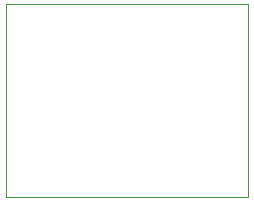
<source format=gbr>
%TF.GenerationSoftware,Altium Limited,Altium Designer,22.7.1 (60)*%
G04 Layer_Color=0*
%FSLAX45Y45*%
%MOMM*%
%TF.SameCoordinates,68DCCB5C-BDD4-49BB-AA05-A609E45632DA*%
%TF.FilePolarity,Positive*%
%TF.FileFunction,Profile,NP*%
%TF.Part,Single*%
G01*
G75*
%TA.AperFunction,Profile*%
%ADD40C,0.02540*%
D40*
X13141960Y2905760D02*
X15189200D01*
Y4536440D01*
X13141960D01*
Y2905760D01*
%TF.MD5,4ff53bd9aacdcf36175cecd54d3adfce*%
M02*

</source>
